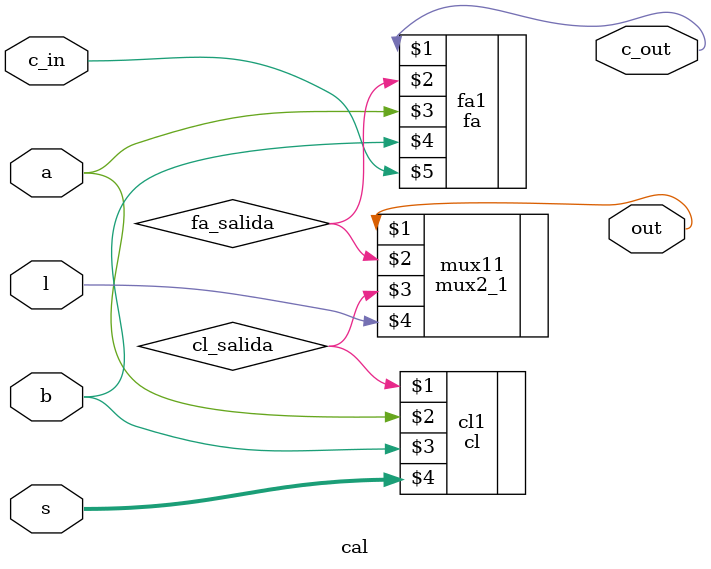
<source format=v>

module cal(output wire out, c_out, input wire a, b, l, c_in, input wire [1:0] s);
	wire cl_salida,fa_salida;
	cl cl1(cl_salida,a,b,s);
  fa fa1(c_out, fa_salida ,a,b,c_in);
  mux2_1 mux11(out,fa_salida,cl_salida,l);
endmodule

</source>
